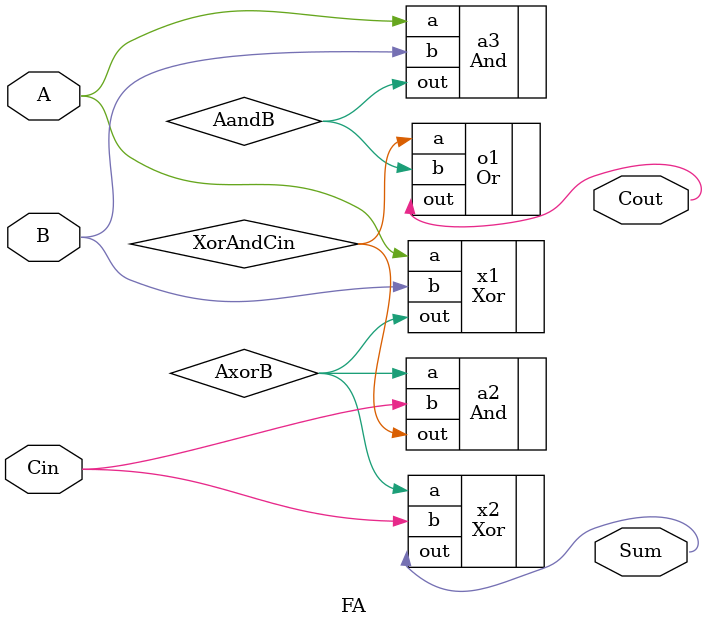
<source format=v>
module FA (
    input wire A,   
    input wire B,    
    input wire Cin,  
    output wire Sum,  
    output wire Cout 
);

    wire AxorB;
    wire AandB;
    wire XorAndCin;

    Xor x1(.out(AxorB), .a(A), .b(B));
    Xor x2(.out(Sum), .a(AxorB), .b(Cin));

    And a2(.out(XorAndCin), .a(AxorB), .b(Cin));
    And a3(.out(AandB), .a(A), .b(B));
  
    Or o1(.out(Cout),.a( XorAndCin), .b(AandB));

endmodule

</source>
